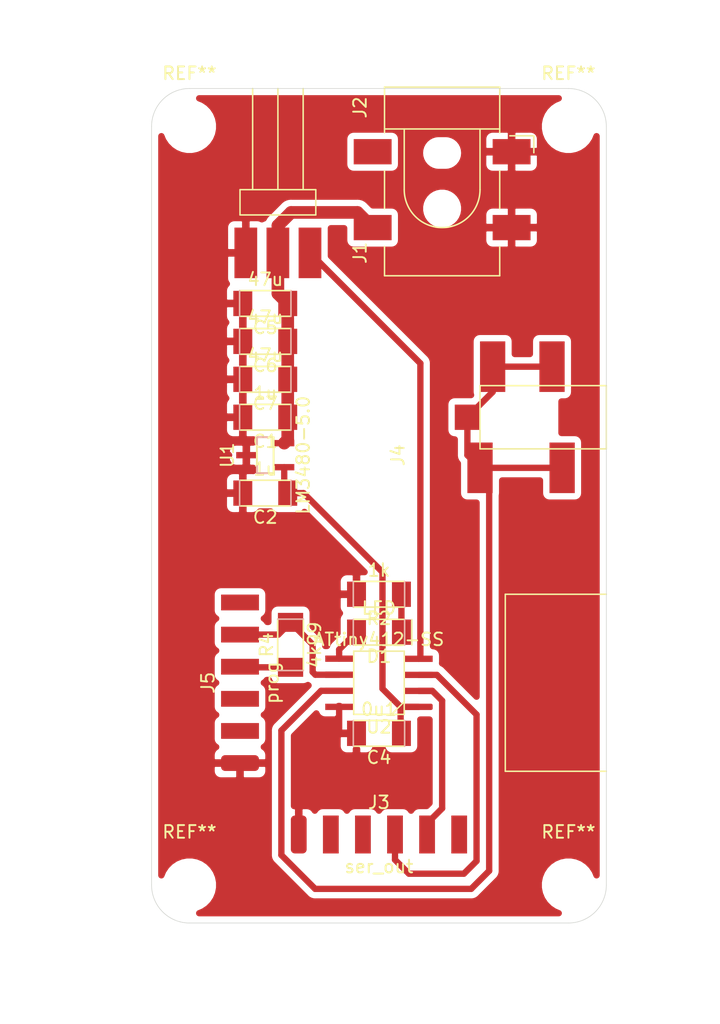
<source format=kicad_pcb>
(kicad_pcb (version 20171130) (host pcbnew 5.1.10-88a1d61d58~88~ubuntu20.04.1)

  (general
    (thickness 1.6)
    (drawings 12)
    (tracks 61)
    (zones 0)
    (modules 20)
    (nets 18)
  )

  (page A4)
  (layers
    (0 F.Cu signal)
    (31 B.Cu signal)
    (32 B.Adhes user)
    (33 F.Adhes user)
    (34 B.Paste user)
    (35 F.Paste user)
    (36 B.SilkS user)
    (37 F.SilkS user)
    (38 B.Mask user)
    (39 F.Mask user)
    (40 Dwgs.User user)
    (41 Cmts.User user)
    (42 Eco1.User user)
    (43 Eco2.User user)
    (44 Edge.Cuts user)
    (45 Margin user)
    (46 B.CrtYd user)
    (47 F.CrtYd user hide)
    (48 B.Fab user)
    (49 F.Fab user hide)
  )

  (setup
    (last_trace_width 0.5)
    (user_trace_width 1)
    (trace_clearance 0.5)
    (zone_clearance 0.5)
    (zone_45_only no)
    (trace_min 0.2)
    (via_size 0.8)
    (via_drill 0.4)
    (via_min_size 0.4)
    (via_min_drill 0.3)
    (uvia_size 0.3)
    (uvia_drill 0.1)
    (uvias_allowed no)
    (uvia_min_size 0.2)
    (uvia_min_drill 0.1)
    (edge_width 0.05)
    (segment_width 0.2)
    (pcb_text_width 0.3)
    (pcb_text_size 1.5 1.5)
    (mod_edge_width 0.12)
    (mod_text_size 1 1)
    (mod_text_width 0.15)
    (pad_size 1.524 1.524)
    (pad_drill 0.762)
    (pad_to_mask_clearance 0.05)
    (aux_axis_origin 0 0)
    (grid_origin 150 65)
    (visible_elements FFFFFF7F)
    (pcbplotparams
      (layerselection 0x010fc_ffffffff)
      (usegerberextensions false)
      (usegerberattributes true)
      (usegerberadvancedattributes true)
      (creategerberjobfile true)
      (excludeedgelayer true)
      (linewidth 0.100000)
      (plotframeref false)
      (viasonmask false)
      (mode 1)
      (useauxorigin false)
      (hpglpennumber 1)
      (hpglpenspeed 20)
      (hpglpendiameter 15.000000)
      (psnegative false)
      (psa4output false)
      (plotreference true)
      (plotvalue true)
      (plotinvisibletext false)
      (padsonsilk false)
      (subtractmaskfromsilk false)
      (outputformat 1)
      (mirror false)
      (drillshape 1)
      (scaleselection 1)
      (outputdirectory ""))
  )

  (net 0 "")
  (net 1 GND)
  (net 2 "Net-(D1-Pad1)")
  (net 3 "Net-(D1-Pad2)")
  (net 4 /TCA0_WO1)
  (net 5 "Net-(J3-Pad2)")
  (net 6 VCC)
  (net 7 +5V)
  (net 8 "Net-(J3-Pad6)")
  (net 9 "Net-(J3-Pad5)")
  (net 10 "Net-(J3-Pad4)")
  (net 11 "Net-(J3-Pad3)")
  (net 12 "Net-(J4-Pad1)")
  (net 13 "Net-(J5-Pad2)")
  (net 14 "Net-(J5-Pad3)")
  (net 15 "Net-(J5-Pad4)")
  (net 16 "Net-(J5-Pad5)")
  (net 17 "Net-(J5-Pad6)")

  (net_class Default "This is the default net class."
    (clearance 0.5)
    (trace_width 0.5)
    (via_dia 0.8)
    (via_drill 0.4)
    (uvia_dia 0.3)
    (uvia_drill 0.1)
    (diff_pair_width 0.5)
    (diff_pair_gap 0.5)
    (add_net +5V)
    (add_net /TCA0_WO1)
    (add_net GND)
    (add_net "Net-(D1-Pad1)")
    (add_net "Net-(D1-Pad2)")
    (add_net "Net-(J3-Pad2)")
    (add_net "Net-(J3-Pad3)")
    (add_net "Net-(J3-Pad4)")
    (add_net "Net-(J3-Pad5)")
    (add_net "Net-(J3-Pad6)")
    (add_net "Net-(J4-Pad1)")
    (add_net "Net-(J5-Pad2)")
    (add_net "Net-(J5-Pad3)")
    (add_net "Net-(J5-Pad4)")
    (add_net "Net-(J5-Pad5)")
    (add_net "Net-(J5-Pad6)")
    (add_net VCC)
  )

  (module MountingHole:MountingHole_3.2mm_M3 (layer F.Cu) (tedit 56D1B4CB) (tstamp 609CE0E4)
    (at 135 35)
    (descr "Mounting Hole 3.2mm, no annular, M3")
    (tags "mounting hole 3.2mm no annular m3")
    (attr virtual)
    (fp_text reference REF** (at 0 -4.2) (layer F.SilkS)
      (effects (font (size 1 1) (thickness 0.15)))
    )
    (fp_text value MountingHole_3.2mm_M3 (at 0 4.2) (layer F.Fab)
      (effects (font (size 1 1) (thickness 0.15)))
    )
    (fp_text user %R (at 0.3 0) (layer F.Fab)
      (effects (font (size 1 1) (thickness 0.15)))
    )
    (fp_circle (center 0 0) (end 3.2 0) (layer Cmts.User) (width 0.15))
    (fp_circle (center 0 0) (end 3.45 0) (layer F.CrtYd) (width 0.05))
    (pad 1 np_thru_hole circle (at 0 0) (size 3.2 3.2) (drill 3.2) (layers *.Cu *.Mask))
  )

  (module MountingHole:MountingHole_3.2mm_M3 (layer F.Cu) (tedit 56D1B4CB) (tstamp 609CE0C7)
    (at 135 95)
    (descr "Mounting Hole 3.2mm, no annular, M3")
    (tags "mounting hole 3.2mm no annular m3")
    (attr virtual)
    (fp_text reference REF** (at 0 -4.2) (layer F.SilkS)
      (effects (font (size 1 1) (thickness 0.15)))
    )
    (fp_text value MountingHole_3.2mm_M3 (at 0 4.2) (layer F.Fab)
      (effects (font (size 1 1) (thickness 0.15)))
    )
    (fp_text user %R (at 0.3 0) (layer F.Fab)
      (effects (font (size 1 1) (thickness 0.15)))
    )
    (fp_circle (center 0 0) (end 3.2 0) (layer Cmts.User) (width 0.15))
    (fp_circle (center 0 0) (end 3.45 0) (layer F.CrtYd) (width 0.05))
    (pad 1 np_thru_hole circle (at 0 0) (size 3.2 3.2) (drill 3.2) (layers *.Cu *.Mask))
  )

  (module MountingHole:MountingHole_3.2mm_M3 (layer F.Cu) (tedit 56D1B4CB) (tstamp 609CE0AA)
    (at 165 95)
    (descr "Mounting Hole 3.2mm, no annular, M3")
    (tags "mounting hole 3.2mm no annular m3")
    (attr virtual)
    (fp_text reference REF** (at 0 -4.2) (layer F.SilkS)
      (effects (font (size 1 1) (thickness 0.15)))
    )
    (fp_text value MountingHole_3.2mm_M3 (at 0 4.2) (layer F.Fab)
      (effects (font (size 1 1) (thickness 0.15)))
    )
    (fp_text user %R (at 0.3 0) (layer F.Fab)
      (effects (font (size 1 1) (thickness 0.15)))
    )
    (fp_circle (center 0 0) (end 3.2 0) (layer Cmts.User) (width 0.15))
    (fp_circle (center 0 0) (end 3.45 0) (layer F.CrtYd) (width 0.05))
    (pad 1 np_thru_hole circle (at 0 0) (size 3.2 3.2) (drill 3.2) (layers *.Cu *.Mask))
  )

  (module MountingHole:MountingHole_3.2mm_M3 (layer F.Cu) (tedit 56D1B4CB) (tstamp 609CE08D)
    (at 165 35)
    (descr "Mounting Hole 3.2mm, no annular, M3")
    (tags "mounting hole 3.2mm no annular m3")
    (attr virtual)
    (fp_text reference REF** (at 0 -4.2) (layer F.SilkS)
      (effects (font (size 1 1) (thickness 0.15)))
    )
    (fp_text value MountingHole_3.2mm_M3 (at 0 4.2) (layer F.Fab)
      (effects (font (size 1 1) (thickness 0.15)))
    )
    (fp_text user %R (at 0.3 0) (layer F.Fab)
      (effects (font (size 1 1) (thickness 0.15)))
    )
    (fp_circle (center 0 0) (end 3.2 0) (layer Cmts.User) (width 0.15))
    (fp_circle (center 0 0) (end 3.45 0) (layer F.CrtYd) (width 0.05))
    (pad 1 np_thru_hole circle (at 0 0) (size 3.2 3.2) (drill 3.2) (layers *.Cu *.Mask))
  )

  (module fab:fab_C_1206 (layer F.Cu) (tedit 5F886E48) (tstamp 609CDCBD)
    (at 141 58 180)
    (path /609E2F80)
    (attr smd)
    (fp_text reference C1 (at 0 -1.905) (layer F.SilkS)
      (effects (font (size 1 1) (thickness 0.15)))
    )
    (fp_text value 1u (at 0 1.905) (layer F.SilkS)
      (effects (font (size 1 1) (thickness 0.15)))
    )
    (fp_line (start -2.032 -1.016) (end 2.032 -1.016) (layer F.SilkS) (width 0.127))
    (fp_line (start 2.032 -1.016) (end 2.032 1.016) (layer B.SilkS) (width 0.127))
    (fp_line (start 2.032 1.016) (end -2.032 1.016) (layer F.SilkS) (width 0.127))
    (fp_line (start -2.032 1.016) (end -2.032 -1.016) (layer B.SilkS) (width 0.127))
    (pad 1 smd rect (at -1.778 0 180) (size 1.5 2) (layers F.Cu F.Paste F.Mask)
      (net 6 VCC))
    (pad 2 smd rect (at 1.778 0 180) (size 1.5 2) (layers F.Cu F.Paste F.Mask)
      (net 1 GND))
  )

  (module fab:fab_C_1206 (layer F.Cu) (tedit 5F886E48) (tstamp 609CDCC7)
    (at 141 64 180)
    (path /609DFC8B)
    (attr smd)
    (fp_text reference C2 (at 0 -1.905) (layer F.SilkS)
      (effects (font (size 1 1) (thickness 0.15)))
    )
    (fp_text value 1u (at 0 1.905) (layer F.SilkS)
      (effects (font (size 1 1) (thickness 0.15)))
    )
    (fp_line (start -2.032 1.016) (end -2.032 -1.016) (layer B.SilkS) (width 0.127))
    (fp_line (start 2.032 1.016) (end -2.032 1.016) (layer F.SilkS) (width 0.127))
    (fp_line (start 2.032 -1.016) (end 2.032 1.016) (layer B.SilkS) (width 0.127))
    (fp_line (start -2.032 -1.016) (end 2.032 -1.016) (layer F.SilkS) (width 0.127))
    (pad 2 smd rect (at 1.778 0 180) (size 1.5 2) (layers F.Cu F.Paste F.Mask)
      (net 1 GND))
    (pad 1 smd rect (at -1.778 0 180) (size 1.5 2) (layers F.Cu F.Paste F.Mask)
      (net 7 +5V))
  )

  (module fab:fab_C_1206 (layer F.Cu) (tedit 5F886E48) (tstamp 609CDCD1)
    (at 150 83 180)
    (path /5F35C964)
    (attr smd)
    (fp_text reference C4 (at 0 -1.905) (layer F.SilkS)
      (effects (font (size 1 1) (thickness 0.15)))
    )
    (fp_text value 0u1 (at 0 1.905) (layer F.SilkS)
      (effects (font (size 1 1) (thickness 0.15)))
    )
    (fp_line (start -2.032 -1.016) (end 2.032 -1.016) (layer F.SilkS) (width 0.127))
    (fp_line (start 2.032 -1.016) (end 2.032 1.016) (layer B.SilkS) (width 0.127))
    (fp_line (start 2.032 1.016) (end -2.032 1.016) (layer F.SilkS) (width 0.127))
    (fp_line (start -2.032 1.016) (end -2.032 -1.016) (layer B.SilkS) (width 0.127))
    (pad 1 smd rect (at -1.778 0 180) (size 1.5 2) (layers F.Cu F.Paste F.Mask)
      (net 7 +5V))
    (pad 2 smd rect (at 1.778 0 180) (size 1.5 2) (layers F.Cu F.Paste F.Mask)
      (net 1 GND))
  )

  (module fab:fab_R_1206 (layer F.Cu) (tedit 5F886E48) (tstamp 609CDCDB)
    (at 141 49 180)
    (path /5F60C0A6)
    (attr smd)
    (fp_text reference C5 (at 0 -1.905) (layer F.SilkS)
      (effects (font (size 1 1) (thickness 0.15)))
    )
    (fp_text value 47u (at 0 1.905) (layer F.SilkS)
      (effects (font (size 1 1) (thickness 0.15)))
    )
    (fp_line (start -2.032 1.016) (end -2.032 -1.016) (layer B.SilkS) (width 0.127))
    (fp_line (start 2.032 1.016) (end -2.032 1.016) (layer F.SilkS) (width 0.127))
    (fp_line (start 2.032 -1.016) (end 2.032 1.016) (layer B.SilkS) (width 0.127))
    (fp_line (start -2.032 -1.016) (end 2.032 -1.016) (layer F.SilkS) (width 0.127))
    (pad 2 smd rect (at 1.778 0 180) (size 1.5 2) (layers F.Cu F.Paste F.Mask)
      (net 1 GND))
    (pad 1 smd rect (at -1.778 0 180) (size 1.5 2) (layers F.Cu F.Paste F.Mask)
      (net 6 VCC))
  )

  (module fab:fab_R_1206 (layer F.Cu) (tedit 5F886E48) (tstamp 609CDCE5)
    (at 141 52 180)
    (path /5F60A5E5)
    (attr smd)
    (fp_text reference C6 (at 0 -1.905) (layer F.SilkS)
      (effects (font (size 1 1) (thickness 0.15)))
    )
    (fp_text value 47u (at 0 1.905) (layer F.SilkS)
      (effects (font (size 1 1) (thickness 0.15)))
    )
    (fp_line (start -2.032 -1.016) (end 2.032 -1.016) (layer F.SilkS) (width 0.127))
    (fp_line (start 2.032 -1.016) (end 2.032 1.016) (layer B.SilkS) (width 0.127))
    (fp_line (start 2.032 1.016) (end -2.032 1.016) (layer F.SilkS) (width 0.127))
    (fp_line (start -2.032 1.016) (end -2.032 -1.016) (layer B.SilkS) (width 0.127))
    (pad 1 smd rect (at -1.778 0 180) (size 1.5 2) (layers F.Cu F.Paste F.Mask)
      (net 6 VCC))
    (pad 2 smd rect (at 1.778 0 180) (size 1.5 2) (layers F.Cu F.Paste F.Mask)
      (net 1 GND))
  )

  (module fab:fab_R_1206 (layer F.Cu) (tedit 5F886E48) (tstamp 609CDCEF)
    (at 141 55 180)
    (path /5F5769ED)
    (attr smd)
    (fp_text reference C7 (at 0 -1.905) (layer F.SilkS)
      (effects (font (size 1 1) (thickness 0.15)))
    )
    (fp_text value 47u (at 0 1.905) (layer F.SilkS)
      (effects (font (size 1 1) (thickness 0.15)))
    )
    (fp_line (start -2.032 -1.016) (end 2.032 -1.016) (layer F.SilkS) (width 0.127))
    (fp_line (start 2.032 -1.016) (end 2.032 1.016) (layer B.SilkS) (width 0.127))
    (fp_line (start 2.032 1.016) (end -2.032 1.016) (layer F.SilkS) (width 0.127))
    (fp_line (start -2.032 1.016) (end -2.032 -1.016) (layer B.SilkS) (width 0.127))
    (pad 1 smd rect (at -1.778 0 180) (size 1.5 2) (layers F.Cu F.Paste F.Mask)
      (net 6 VCC))
    (pad 2 smd rect (at 1.778 0 180) (size 1.5 2) (layers F.Cu F.Paste F.Mask)
      (net 1 GND))
  )

  (module fab:fab_LED_1206 (layer F.Cu) (tedit 5F887772) (tstamp 609CDCFA)
    (at 150 75 180)
    (path /5F3B3CDB)
    (attr smd)
    (fp_text reference D1 (at 0 -1.905) (layer F.SilkS)
      (effects (font (size 1 1) (thickness 0.15)))
    )
    (fp_text value LED (at 0 1.905) (layer F.SilkS)
      (effects (font (size 1 1) (thickness 0.15)))
    )
    (fp_line (start -2.6 -1) (end -2.6 1) (layer F.SilkS) (width 0.12))
    (fp_line (start -2.032 1.016) (end -2.032 -1.016) (layer B.SilkS) (width 0.127))
    (fp_line (start 2.032 1.016) (end -2.032 1.016) (layer F.SilkS) (width 0.127))
    (fp_line (start 2.032 -1.016) (end 2.032 1.016) (layer B.SilkS) (width 0.127))
    (fp_line (start -2.032 -1.016) (end 2.032 -1.016) (layer F.SilkS) (width 0.127))
    (pad 1 smd rect (at -1.778 0 180) (size 1.5 2) (layers F.Cu F.Paste F.Mask)
      (net 2 "Net-(D1-Pad1)"))
    (pad 2 smd rect (at 1.778 0 180) (size 1.5 2) (layers F.Cu F.Paste F.Mask)
      (net 3 "Net-(D1-Pad2)"))
  )

  (module fatiguetester:CONN_SERVO_SMT (layer F.Cu) (tedit 5F359CA6) (tstamp 609CDD08)
    (at 142 45 90)
    (path /5F35AE34)
    (fp_text reference J1 (at 0 6.5 90) (layer F.SilkS)
      (effects (font (size 1 1) (thickness 0.15)))
    )
    (fp_text value Conn_01x03_Male (at 0 -3.5 90) (layer F.Fab)
      (effects (font (size 1 1) (thickness 0.15)))
    )
    (fp_line (start 5 2) (end 13 2) (layer F.SilkS) (width 0.12))
    (fp_line (start 5 -2) (end 13 -2) (layer F.SilkS) (width 0.12))
    (fp_line (start 5 0) (end 13 0) (layer F.SilkS) (width 0.12))
    (fp_line (start 3 -3) (end 5 -3) (layer F.SilkS) (width 0.12))
    (fp_line (start 3 3) (end 3 -3) (layer F.SilkS) (width 0.12))
    (fp_line (start 5 3) (end 3 3) (layer F.SilkS) (width 0.12))
    (fp_line (start 5 -3) (end 5 3) (layer F.SilkS) (width 0.12))
    (pad 1 smd rect (at 0 -2.54 90) (size 4 1.8) (layers F.Cu F.Paste F.Mask)
      (net 1 GND))
    (pad 2 smd rect (at 0 0 90) (size 4 1.8) (layers F.Cu F.Paste F.Mask)
      (net 6 VCC))
    (pad 3 smd rect (at 0 2.54 90) (size 4 1.8) (layers F.Cu F.Paste F.Mask)
      (net 4 /TCA0_WO1))
  )

  (module Connector_BarrelJack:BarrelJack_CLIFF_FC681465S_SMT_Horizontal (layer F.Cu) (tedit 5E73DD84) (tstamp 609CDD2C)
    (at 155 40 270)
    (descr "Surface-mount DC Barrel Jack, https://www.cliffuk.co.uk/products/dcconnectors/FC681465S.pdf")
    (tags "Power Jack SMT")
    (path /609EE582)
    (attr smd)
    (fp_text reference J2 (at -6.5 6.5 270) (layer F.SilkS)
      (effects (font (size 1 1) (thickness 0.15)))
    )
    (fp_text value Conn_01x02 (at -0.5 8.5 270) (layer F.Fab)
      (effects (font (size 1 1) (thickness 0.15)))
    )
    (fp_line (start -4.26 -7.26) (end -4.26 -5.36) (layer F.SilkS) (width 0.12))
    (fp_line (start -2.92 -7.26) (end -4.26 -7.26) (layer F.SilkS) (width 0.12))
    (fp_line (start -8 4.45) (end -8 -4.45) (layer F.Fab) (width 0.1))
    (fp_line (start -2 -4.45) (end 6.7 -4.45) (layer F.Fab) (width 0.1))
    (fp_line (start 6.7 4.45) (end 6.7 -4.45) (layer F.Fab) (width 0.1))
    (fp_line (start -8 4.45) (end 6.7 4.45) (layer F.Fab) (width 0.1))
    (fp_line (start -8.11 -4.56) (end -4.5 -4.56) (layer F.SilkS) (width 0.12))
    (fp_line (start 6.81 4.56) (end 6.81 -4.56) (layer F.SilkS) (width 0.12))
    (fp_line (start -1.5 -4.56) (end 1.5 -4.56) (layer F.SilkS) (width 0.12))
    (fp_line (start 4.5 -4.56) (end 6.81 -4.56) (layer F.SilkS) (width 0.12))
    (fp_line (start 4.5 4.56) (end 6.81 4.56) (layer F.SilkS) (width 0.12))
    (fp_line (start -1.5 4.56) (end 1.5 4.56) (layer F.SilkS) (width 0.12))
    (fp_line (start -8.11 4.56) (end -4.5 4.56) (layer F.SilkS) (width 0.12))
    (fp_line (start -8.11 4.56) (end -8.11 -4.56) (layer F.SilkS) (width 0.12))
    (fp_line (start -4.8 4.56) (end -4.8 -4.56) (layer F.SilkS) (width 0.12))
    (fp_line (start -4.8 -3) (end 0 -3) (layer F.SilkS) (width 0.12))
    (fp_line (start -4.8 3) (end 0 3) (layer F.SilkS) (width 0.12))
    (fp_line (start -8.5 7.5) (end 7.2 7.5) (layer F.CrtYd) (width 0.05))
    (fp_line (start 7.2 7.5) (end 7.2 -7.5) (layer F.CrtYd) (width 0.05))
    (fp_line (start -8.5 -7.5) (end 7.2 -7.5) (layer F.CrtYd) (width 0.05))
    (fp_line (start -8.5 7.5) (end -8.5 -7.5) (layer F.CrtYd) (width 0.05))
    (fp_line (start -8 -4.45) (end -4 -4.45) (layer F.Fab) (width 0.1))
    (fp_line (start -4 -4.45) (end -3 -3.5) (layer F.Fab) (width 0.1))
    (fp_line (start -3 -3.5) (end -2 -4.45) (layer F.Fab) (width 0.1))
    (fp_arc (start 0 0) (end 0 3) (angle -180) (layer F.SilkS) (width 0.12))
    (fp_text user %R (at -0.5 0.5 270) (layer F.Fab)
      (effects (font (size 1 1) (thickness 0.15)))
    )
    (pad "" np_thru_hole oval (at -2.9 0) (size 2 1.5) (drill oval 2 1.5) (layers *.Cu *.Mask))
    (pad "" np_thru_hole circle (at 1.5 0) (size 2 2) (drill 2) (layers *.Cu *.Mask))
    (pad 1 smd rect (at -3 -5.5) (size 3 2) (layers F.Cu F.Paste F.Mask)
      (net 1 GND))
    (pad 1 smd rect (at 3 -5.5) (size 3 2) (layers F.Cu F.Paste F.Mask)
      (net 1 GND))
    (pad 2 smd rect (at 3 5.5) (size 3 2) (layers F.Cu F.Paste F.Mask)
      (net 6 VCC))
    (pad 3 smd rect (at -3 5.5) (size 3 2) (layers F.Cu F.Paste F.Mask))
    (model ${KISYS3DMOD}/Connector_BarrelJack.3dshapes/BarrelJack_CLIFF_FC681465S_SMT_Horizontal.wrl
      (at (xyz 0 0 0))
      (scale (xyz 1 1 1))
      (rotate (xyz 0 0 0))
    )
  )

  (module fab:fab_CONN_1x06_SMD (layer F.Cu) (tedit 5F886C52) (tstamp 609CDD36)
    (at 150 91)
    (path /609CDE50)
    (attr smd)
    (fp_text reference J3 (at 0 -2.54 180) (layer F.SilkS)
      (effects (font (size 1 1) (thickness 0.15)))
    )
    (fp_text value ser_out (at 0 2.54) (layer F.SilkS)
      (effects (font (size 1 1) (thickness 0.15)))
    )
    (pad 6 smd rect (at 6.35 0 90) (size 3 1.25) (layers F.Cu F.Paste F.Mask)
      (net 8 "Net-(J3-Pad6)"))
    (pad 5 smd rect (at 3.81 0 90) (size 3 1.25) (layers F.Cu F.Paste F.Mask)
      (net 9 "Net-(J3-Pad5)"))
    (pad 4 smd rect (at 1.27 0 90) (size 3 1.25) (layers F.Cu F.Paste F.Mask)
      (net 10 "Net-(J3-Pad4)"))
    (pad 3 smd rect (at -1.27 0 90) (size 3 1.25) (layers F.Cu F.Paste F.Mask)
      (net 11 "Net-(J3-Pad3)"))
    (pad 2 smd rect (at -3.81 0 90) (size 3 1.25) (layers F.Cu F.Paste F.Mask)
      (net 5 "Net-(J3-Pad2)"))
    (pad 1 smd roundrect (at -6.35 0 90) (size 3 1.25) (layers F.Cu F.Paste F.Mask) (roundrect_rratio 0.25)
      (net 1 GND))
  )

  (module fatiguetester:CONN_DCJACK_2-4mm (layer F.Cu) (tedit 5DF68C59) (tstamp 609CDD43)
    (at 163 58 270)
    (path /609F7086)
    (fp_text reference J4 (at 3 11.5 90) (layer F.SilkS)
      (effects (font (size 1 1) (thickness 0.15)))
    )
    (fp_text value Conn_01x02 (at 0 -5.75 90) (layer F.Fab)
      (effects (font (size 1 1) (thickness 0.15)))
    )
    (fp_line (start -2.5 5) (end -2.5 -5) (layer F.SilkS) (width 0.12))
    (fp_line (start 2.5 5) (end -2.5 5) (layer F.SilkS) (width 0.12))
    (fp_line (start 2.5 -5) (end 2.5 5) (layer F.SilkS) (width 0.12))
    (fp_line (start -2.5 -5) (end 2.5 -5) (layer F.SilkS) (width 0.12))
    (pad 2 smd rect (at -4 -0.7 270) (size 4 2) (layers F.Cu F.Paste F.Mask)
      (net 12 "Net-(J4-Pad1)"))
    (pad 2 smd rect (at 4 -1.5 270) (size 4 2) (layers F.Cu F.Paste F.Mask)
      (net 12 "Net-(J4-Pad1)"))
    (pad 2 smd rect (at -4 4 270) (size 4 2) (layers F.Cu F.Paste F.Mask)
      (net 12 "Net-(J4-Pad1)"))
    (pad 2 smd rect (at 4 5 270) (size 4 2) (layers F.Cu F.Paste F.Mask)
      (net 12 "Net-(J4-Pad1)"))
    (pad 1 smd rect (at 0 6 270) (size 2 2) (layers F.Cu F.Paste F.Mask)
      (net 12 "Net-(J4-Pad1)"))
  )

  (module fab:fab_CONN_1x06_SMD (layer F.Cu) (tedit 5F886C52) (tstamp 609CDD4D)
    (at 139 79 90)
    (path /609CD7F6)
    (attr smd)
    (fp_text reference J5 (at 0 -2.54 270) (layer F.SilkS)
      (effects (font (size 1 1) (thickness 0.15)))
    )
    (fp_text value prog (at 0 2.54 90) (layer F.SilkS)
      (effects (font (size 1 1) (thickness 0.15)))
    )
    (pad 1 smd roundrect (at -6.35 0 180) (size 3 1.25) (layers F.Cu F.Paste F.Mask) (roundrect_rratio 0.25)
      (net 1 GND))
    (pad 2 smd rect (at -3.81 0 180) (size 3 1.25) (layers F.Cu F.Paste F.Mask)
      (net 13 "Net-(J5-Pad2)"))
    (pad 3 smd rect (at -1.27 0 180) (size 3 1.25) (layers F.Cu F.Paste F.Mask)
      (net 14 "Net-(J5-Pad3)"))
    (pad 4 smd rect (at 1.27 0 180) (size 3 1.25) (layers F.Cu F.Paste F.Mask)
      (net 15 "Net-(J5-Pad4)"))
    (pad 5 smd rect (at 3.81 0 180) (size 3 1.25) (layers F.Cu F.Paste F.Mask)
      (net 16 "Net-(J5-Pad5)"))
    (pad 6 smd rect (at 6.35 0 180) (size 3 1.25) (layers F.Cu F.Paste F.Mask)
      (net 17 "Net-(J5-Pad6)"))
  )

  (module fab:fab_R_1206 (layer F.Cu) (tedit 5F886E48) (tstamp 609CDD57)
    (at 150 72 180)
    (path /5F3AEFAF)
    (attr smd)
    (fp_text reference R2 (at 0 -1.905) (layer F.SilkS)
      (effects (font (size 1 1) (thickness 0.15)))
    )
    (fp_text value 1k (at 0 1.905) (layer F.SilkS)
      (effects (font (size 1 1) (thickness 0.15)))
    )
    (fp_line (start -2.032 -1.016) (end 2.032 -1.016) (layer F.SilkS) (width 0.127))
    (fp_line (start 2.032 -1.016) (end 2.032 1.016) (layer B.SilkS) (width 0.127))
    (fp_line (start 2.032 1.016) (end -2.032 1.016) (layer F.SilkS) (width 0.127))
    (fp_line (start -2.032 1.016) (end -2.032 -1.016) (layer B.SilkS) (width 0.127))
    (pad 1 smd rect (at -1.778 0 180) (size 1.5 2) (layers F.Cu F.Paste F.Mask)
      (net 2 "Net-(D1-Pad1)"))
    (pad 2 smd rect (at 1.778 0 180) (size 1.5 2) (layers F.Cu F.Paste F.Mask)
      (net 1 GND))
  )

  (module fab:fab_R_1206 (layer F.Cu) (tedit 5F886E48) (tstamp 609CDD61)
    (at 143 76 90)
    (path /5F3DA982)
    (attr smd)
    (fp_text reference R4 (at 0 -1.905 90) (layer F.SilkS)
      (effects (font (size 1 1) (thickness 0.15)))
    )
    (fp_text value 4k99 (at 0 1.905 90) (layer F.SilkS)
      (effects (font (size 1 1) (thickness 0.15)))
    )
    (fp_line (start -2.032 1.016) (end -2.032 -1.016) (layer B.SilkS) (width 0.127))
    (fp_line (start 2.032 1.016) (end -2.032 1.016) (layer F.SilkS) (width 0.127))
    (fp_line (start 2.032 -1.016) (end 2.032 1.016) (layer B.SilkS) (width 0.127))
    (fp_line (start -2.032 -1.016) (end 2.032 -1.016) (layer F.SilkS) (width 0.127))
    (pad 2 smd rect (at 1.778 0 90) (size 1.5 2) (layers F.Cu F.Paste F.Mask)
      (net 16 "Net-(J5-Pad5)"))
    (pad 1 smd rect (at -1.778 0 90) (size 1.5 2) (layers F.Cu F.Paste F.Mask)
      (net 15 "Net-(J5-Pad4)"))
  )

  (module fab:fab_SMD_SOT23 (layer F.Cu) (tedit 5F88736F) (tstamp 609CDD70)
    (at 141 61 90)
    (path /609DE2FF)
    (attr smd)
    (fp_text reference U1 (at 0 -3 90) (layer F.SilkS)
      (effects (font (size 1 1) (thickness 0.15)))
    )
    (fp_text value LM3480-5.0 (at 0 3 90) (layer F.SilkS)
      (effects (font (size 1 1) (thickness 0.15)))
    )
    (fp_line (start 1.4224 -0.6604) (end 1.4224 0.6604) (layer F.SilkS) (width 0.1524))
    (fp_line (start 1.4224 0.6604) (end -1.4224 0.6604) (layer F.SilkS) (width 0.1524))
    (fp_line (start -1.4224 0.6604) (end -1.4224 -0.6604) (layer F.SilkS) (width 0.1524))
    (fp_line (start -1.4224 -0.6604) (end 1.4224 -0.6604) (layer F.SilkS) (width 0.1524))
    (fp_line (start -1.4224 0.1524) (end -1.4224 -0.6604) (layer B.SilkS) (width 0.1524))
    (fp_line (start -1.4224 -0.6604) (end -0.8636 -0.6604) (layer B.SilkS) (width 0.1524))
    (fp_line (start 1.4224 -0.6604) (end 1.4224 0.1524) (layer B.SilkS) (width 0.1524))
    (fp_line (start 0.8636 -0.6604) (end 1.4224 -0.6604) (layer B.SilkS) (width 0.1524))
    (pad 1 smd rect (at -0.94996 1.5 90) (size 0.5 1.6) (layers F.Cu F.Paste F.Mask)
      (net 7 +5V))
    (pad 2 smd rect (at 0.94996 1.5 90) (size 0.5 1.6) (layers F.Cu F.Paste F.Mask)
      (net 6 VCC))
    (pad 3 smd rect (at 0 -1.5 90) (size 0.5 1.6) (layers F.Cu F.Paste F.Mask)
      (net 1 GND))
  )

  (module fab:fab_IC_SOIC8 (layer F.Cu) (tedit 5F8871ED) (tstamp 609CDD81)
    (at 150 79 180)
    (path /5F359573)
    (attr smd)
    (fp_text reference U2 (at 0 -3.4925) (layer F.SilkS)
      (effects (font (size 1 1) (thickness 0.15)))
    )
    (fp_text value ATtiny412-SS (at 0 3.429) (layer F.SilkS)
      (effects (font (size 1 1) (thickness 0.15)))
    )
    (fp_line (start -1 -2.5) (end -2 -1.5) (layer F.SilkS) (width 0.12))
    (fp_line (start -2 2.5) (end -2 -2.5) (layer F.SilkS) (width 0.12))
    (fp_line (start 2 2.5) (end -2 2.5) (layer F.SilkS) (width 0.12))
    (fp_line (start 2 -2.5) (end 2 2.5) (layer F.SilkS) (width 0.12))
    (fp_line (start -2 -2.5) (end 2 -2.5) (layer F.SilkS) (width 0.12))
    (pad 1 smd roundrect (at -3.15214 -1.905 90) (size 0.5 2.2) (layers F.Cu F.Paste F.Mask) (roundrect_rratio 0.25)
      (net 7 +5V))
    (pad 2 smd rect (at -3.15214 -0.64262 90) (size 0.5 2.2) (layers F.Cu F.Paste F.Mask)
      (net 9 "Net-(J3-Pad5)"))
    (pad 3 smd rect (at -3.15214 0.62484 90) (size 0.5 2.2) (layers F.Cu F.Paste F.Mask)
      (net 10 "Net-(J3-Pad4)"))
    (pad 4 smd rect (at -3.15214 1.89484 90) (size 0.5 2.2) (layers F.Cu F.Paste F.Mask)
      (net 4 /TCA0_WO1))
    (pad 5 smd rect (at 3.15214 1.905 90) (size 0.5 2.2) (layers F.Cu F.Paste F.Mask)
      (net 3 "Net-(D1-Pad2)"))
    (pad 6 smd rect (at 3.15214 0.635 90) (size 0.5 2.2) (layers F.Cu F.Paste F.Mask)
      (net 16 "Net-(J5-Pad5)"))
    (pad 7 smd rect (at 3.15214 -0.635 90) (size 0.5 2.2) (layers F.Cu F.Paste F.Mask)
      (net 12 "Net-(J4-Pad1)"))
    (pad 8 smd rect (at 3.15214 -1.905 90) (size 0.5 2.2) (layers F.Cu F.Paste F.Mask)
      (net 1 GND))
  )

  (gr_line (start 160 86) (end 168 86) (layer F.SilkS) (width 0.12))
  (gr_line (start 160 72) (end 160 86) (layer F.SilkS) (width 0.12))
  (gr_line (start 168 72) (end 160 72) (layer F.SilkS) (width 0.12))
  (gr_line (start 165 79) (end 170 79) (layer Cmts.User) (width 0.15))
  (gr_line (start 135 98) (end 165 98) (layer Edge.Cuts) (width 0.05) (tstamp 609CE49E))
  (gr_line (start 132 35) (end 132 95) (layer Edge.Cuts) (width 0.05) (tstamp 609CE49D))
  (gr_line (start 165 32) (end 135 32) (layer Edge.Cuts) (width 0.05) (tstamp 609CE49C))
  (gr_line (start 168 95) (end 168 35) (layer Edge.Cuts) (width 0.05) (tstamp 609CE49B))
  (gr_arc (start 165 95) (end 165 98) (angle -90) (layer Edge.Cuts) (width 0.05))
  (gr_arc (start 135 95) (end 132 95) (angle -90) (layer Edge.Cuts) (width 0.05))
  (gr_arc (start 165 35) (end 168 35) (angle -90) (layer Edge.Cuts) (width 0.05))
  (gr_arc (start 135 35) (end 135 32) (angle -90) (layer Edge.Cuts) (width 0.05))

  (segment (start 146.84786 80.905) (end 146.84786 82.95214) (width 0.5) (layer F.Cu) (net 1))
  (segment (start 146.89572 83) (end 148.222 83) (width 0.5) (layer F.Cu) (net 1))
  (segment (start 146.84786 82.95214) (end 146.89572 83) (width 0.5) (layer F.Cu) (net 1))
  (segment (start 151.778 72) (end 151.778 75) (width 0.5) (layer F.Cu) (net 2))
  (segment (start 146.84786 76.37414) (end 148.222 75) (width 0.5) (layer F.Cu) (net 3))
  (segment (start 146.84786 77.095) (end 146.84786 76.37414) (width 0.5) (layer F.Cu) (net 3))
  (segment (start 153.278001 53.738001) (end 144.54 45) (width 0.5) (layer F.Cu) (net 4))
  (segment (start 153.278001 76.979299) (end 153.278001 53.738001) (width 0.5) (layer F.Cu) (net 4))
  (segment (start 153.15214 77.10516) (end 153.278001 76.979299) (width 0.5) (layer F.Cu) (net 4))
  (segment (start 142 42.839998) (end 143.039998 41.8) (width 1) (layer F.Cu) (net 6))
  (segment (start 142 45) (end 142 42.839998) (width 1) (layer F.Cu) (net 6))
  (segment (start 148.3 41.8) (end 149.5 43) (width 1) (layer F.Cu) (net 6))
  (segment (start 143.039998 41.8) (end 148.3 41.8) (width 1) (layer F.Cu) (net 6))
  (segment (start 142 48.222) (end 142.778 49) (width 1) (layer F.Cu) (net 6))
  (segment (start 142 45) (end 142 48.222) (width 1) (layer F.Cu) (net 6))
  (segment (start 142.778 49) (end 142.778 58) (width 1) (layer F.Cu) (net 6))
  (segment (start 142.778 59.77204) (end 142.5 60.05004) (width 1) (layer F.Cu) (net 6))
  (segment (start 142.778 58) (end 142.778 59.77204) (width 1) (layer F.Cu) (net 6))
  (segment (start 142.5 63.722) (end 142.778 64) (width 0.5) (layer F.Cu) (net 7))
  (segment (start 142.5 61.94996) (end 142.5 63.722) (width 0.5) (layer F.Cu) (net 7))
  (segment (start 151.714518 80.905) (end 153.15214 80.905) (width 0.5) (layer F.Cu) (net 7))
  (segment (start 150.277999 79.468481) (end 151.714518 80.905) (width 0.5) (layer F.Cu) (net 7))
  (segment (start 150.277999 70.249999) (end 150.277999 79.468481) (width 0.5) (layer F.Cu) (net 7))
  (segment (start 144.028 64) (end 150.277999 70.249999) (width 0.5) (layer F.Cu) (net 7))
  (segment (start 142.778 64) (end 144.028 64) (width 0.5) (layer F.Cu) (net 7))
  (segment (start 151.714518 82.936518) (end 151.778 83) (width 0.5) (layer F.Cu) (net 7))
  (segment (start 151.714518 80.905) (end 151.714518 82.936518) (width 0.5) (layer F.Cu) (net 7))
  (segment (start 153.81 90.125) (end 153.81 91) (width 0.5) (layer F.Cu) (net 9))
  (segment (start 155.00215 88.93285) (end 153.81 90.125) (width 0.5) (layer F.Cu) (net 9))
  (segment (start 155.00215 80.417558) (end 155.00215 88.93285) (width 0.5) (layer F.Cu) (net 9))
  (segment (start 154.227212 79.64262) (end 155.00215 80.417558) (width 0.5) (layer F.Cu) (net 9))
  (segment (start 153.15214 79.64262) (end 154.227212 79.64262) (width 0.5) (layer F.Cu) (net 9))
  (segment (start 151.27 93) (end 151.27 91) (width 0.5) (layer F.Cu) (net 10))
  (segment (start 152.37 94.1) (end 151.27 93) (width 0.5) (layer F.Cu) (net 10))
  (segment (start 156.725002 94.1) (end 152.37 94.1) (width 0.5) (layer F.Cu) (net 10))
  (segment (start 157.725001 93.100001) (end 156.725002 94.1) (width 0.5) (layer F.Cu) (net 10))
  (segment (start 157.725001 81.515479) (end 157.725001 93.100001) (width 0.5) (layer F.Cu) (net 10))
  (segment (start 154.584682 78.37516) (end 157.725001 81.515479) (width 0.5) (layer F.Cu) (net 10))
  (segment (start 153.15214 78.37516) (end 154.584682 78.37516) (width 0.5) (layer F.Cu) (net 10))
  (segment (start 163.7 54) (end 159 54) (width 0.5) (layer F.Cu) (net 12))
  (segment (start 159 56) (end 157 58) (width 0.5) (layer F.Cu) (net 12))
  (segment (start 159 54) (end 159 56) (width 0.5) (layer F.Cu) (net 12))
  (segment (start 157 61) (end 158 62) (width 0.5) (layer F.Cu) (net 12))
  (segment (start 157 58) (end 157 61) (width 0.5) (layer F.Cu) (net 12))
  (segment (start 158 62) (end 164.5 62) (width 0.5) (layer F.Cu) (net 12))
  (segment (start 142.27499 92.627608) (end 144.947382 95.3) (width 0.5) (layer F.Cu) (net 12))
  (segment (start 145.417858 79.635) (end 142.27499 82.777868) (width 0.5) (layer F.Cu) (net 12))
  (segment (start 142.27499 82.777868) (end 142.27499 92.627608) (width 0.5) (layer F.Cu) (net 12))
  (segment (start 146.84786 79.635) (end 145.417858 79.635) (width 0.5) (layer F.Cu) (net 12))
  (segment (start 144.947382 95.3) (end 157.3 95.3) (width 0.5) (layer F.Cu) (net 12))
  (segment (start 158.725011 62.725011) (end 158 62) (width 0.5) (layer F.Cu) (net 12))
  (segment (start 158.725011 93.874989) (end 158.725011 62.725011) (width 0.5) (layer F.Cu) (net 12))
  (segment (start 157.3 95.3) (end 158.725011 93.874989) (width 0.5) (layer F.Cu) (net 12))
  (segment (start 139.048 77.778) (end 139 77.73) (width 0.5) (layer F.Cu) (net 15))
  (segment (start 143 77.778) (end 139.048 77.778) (width 0.5) (layer F.Cu) (net 15))
  (segment (start 142.032 75.19) (end 143 74.222) (width 0.5) (layer F.Cu) (net 16))
  (segment (start 139 75.19) (end 142.032 75.19) (width 0.5) (layer F.Cu) (net 16))
  (segment (start 144.965 78.365) (end 146.84786 78.365) (width 0.5) (layer F.Cu) (net 16))
  (segment (start 144.750001 78.150001) (end 144.965 78.365) (width 0.5) (layer F.Cu) (net 16))
  (segment (start 144.750001 75.972001) (end 144.750001 78.150001) (width 0.5) (layer F.Cu) (net 16))
  (segment (start 143 74.222) (end 144.750001 75.972001) (width 0.5) (layer F.Cu) (net 16))

  (zone (net 1) (net_name GND) (layer F.Cu) (tstamp 0) (hatch edge 0.508)
    (connect_pads (clearance 0.5))
    (min_thickness 0.5)
    (fill yes (arc_segments 32) (thermal_gap 0.5) (thermal_bridge_width 0.6))
    (polygon
      (pts
        (xy 177 26) (xy 174 106) (xy 123 102) (xy 120 25)
      )
    )
    (filled_polygon
      (pts
        (xy 163.886857 32.917457) (xy 163.501962 33.174636) (xy 163.174636 33.501962) (xy 162.917457 33.886857) (xy 162.740309 34.31453)
        (xy 162.65 34.768545) (xy 162.65 35.231455) (xy 162.740309 35.68547) (xy 162.917457 36.113143) (xy 163.174636 36.498038)
        (xy 163.501962 36.825364) (xy 163.886857 37.082543) (xy 164.31453 37.259691) (xy 164.768545 37.35) (xy 165.231455 37.35)
        (xy 165.68547 37.259691) (xy 166.113143 37.082543) (xy 166.498038 36.825364) (xy 166.825364 36.498038) (xy 167.082543 36.113143)
        (xy 167.225001 35.769219) (xy 167.225 94.230779) (xy 167.082543 93.886857) (xy 166.825364 93.501962) (xy 166.498038 93.174636)
        (xy 166.113143 92.917457) (xy 165.68547 92.740309) (xy 165.231455 92.65) (xy 164.768545 92.65) (xy 164.31453 92.740309)
        (xy 163.886857 92.917457) (xy 163.501962 93.174636) (xy 163.174636 93.501962) (xy 162.917457 93.886857) (xy 162.740309 94.31453)
        (xy 162.65 94.768545) (xy 162.65 95.231455) (xy 162.740309 95.68547) (xy 162.917457 96.113143) (xy 163.174636 96.498038)
        (xy 163.501962 96.825364) (xy 163.886857 97.082543) (xy 164.230779 97.225) (xy 135.769221 97.225) (xy 136.113143 97.082543)
        (xy 136.498038 96.825364) (xy 136.825364 96.498038) (xy 137.082543 96.113143) (xy 137.259691 95.68547) (xy 137.35 95.231455)
        (xy 137.35 94.768545) (xy 137.259691 94.31453) (xy 137.082543 93.886857) (xy 136.825364 93.501962) (xy 136.498038 93.174636)
        (xy 136.113143 92.917457) (xy 135.68547 92.740309) (xy 135.231455 92.65) (xy 134.768545 92.65) (xy 134.31453 92.740309)
        (xy 133.886857 92.917457) (xy 133.501962 93.174636) (xy 133.174636 93.501962) (xy 132.917457 93.886857) (xy 132.775 94.230779)
        (xy 132.775 85.975) (xy 136.746371 85.975) (xy 136.760852 86.122026) (xy 136.803738 86.263401) (xy 136.87338 86.393694)
        (xy 136.967104 86.507896) (xy 137.081306 86.60162) (xy 137.211599 86.671262) (xy 137.352974 86.714148) (xy 137.5 86.728629)
        (xy 138.7625 86.725) (xy 138.95 86.5375) (xy 138.95 85.4) (xy 139.05 85.4) (xy 139.05 86.5375)
        (xy 139.2375 86.725) (xy 140.5 86.728629) (xy 140.647026 86.714148) (xy 140.788401 86.671262) (xy 140.918694 86.60162)
        (xy 141.032896 86.507896) (xy 141.12662 86.393694) (xy 141.196262 86.263401) (xy 141.239148 86.122026) (xy 141.253629 85.975)
        (xy 141.25 85.5875) (xy 141.0625 85.4) (xy 139.05 85.4) (xy 138.95 85.4) (xy 136.9375 85.4)
        (xy 136.75 85.5875) (xy 136.746371 85.975) (xy 132.775 85.975) (xy 132.775 84.725) (xy 136.746371 84.725)
        (xy 136.75 85.1125) (xy 136.9375 85.3) (xy 138.95 85.3) (xy 138.95 85.28) (xy 139.05 85.28)
        (xy 139.05 85.3) (xy 141.0625 85.3) (xy 141.25 85.1125) (xy 141.253629 84.725) (xy 141.239148 84.577974)
        (xy 141.196262 84.436599) (xy 141.12662 84.306306) (xy 141.032896 84.192104) (xy 140.918694 84.09838) (xy 140.884306 84.079999)
        (xy 140.918693 84.061619) (xy 141.032895 83.967895) (xy 141.126619 83.853693) (xy 141.196261 83.723401) (xy 141.239147 83.582026)
        (xy 141.253628 83.435) (xy 141.253628 82.185) (xy 141.239147 82.037974) (xy 141.196261 81.896599) (xy 141.126619 81.766307)
        (xy 141.032895 81.652105) (xy 140.918693 81.558381) (xy 140.884304 81.54) (xy 140.918693 81.521619) (xy 141.032895 81.427895)
        (xy 141.126619 81.313693) (xy 141.196261 81.183401) (xy 141.239147 81.042026) (xy 141.253628 80.895) (xy 141.253628 79.645)
        (xy 141.239147 79.497974) (xy 141.196261 79.356599) (xy 141.126619 79.226307) (xy 141.032895 79.112105) (xy 140.918693 79.018381)
        (xy 140.884304 79) (xy 140.918693 78.981619) (xy 141.032895 78.887895) (xy 141.123084 78.778) (xy 141.29209 78.778)
        (xy 141.303739 78.816401) (xy 141.373381 78.946693) (xy 141.467105 79.060895) (xy 141.581307 79.154619) (xy 141.711599 79.224261)
        (xy 141.852974 79.267147) (xy 142 79.281628) (xy 144 79.281628) (xy 144.147026 79.267147) (xy 144.288401 79.224261)
        (xy 144.377606 79.176581) (xy 144.406742 79.200492) (xy 144.427211 79.211433) (xy 141.602627 82.036019) (xy 141.564462 82.06734)
        (xy 141.439498 82.21961) (xy 141.354698 82.378261) (xy 141.346641 82.393334) (xy 141.28946 82.581834) (xy 141.270152 82.777868)
        (xy 141.27499 82.826988) (xy 141.274991 92.578478) (xy 141.270152 92.627608) (xy 141.28946 92.823642) (xy 141.346641 93.012142)
        (xy 141.368997 93.053967) (xy 141.439499 93.185866) (xy 141.564463 93.338136) (xy 141.602622 93.369452) (xy 144.205537 95.972368)
        (xy 144.236854 96.010528) (xy 144.389124 96.135492) (xy 144.545055 96.218839) (xy 144.562847 96.228349) (xy 144.751347 96.28553)
        (xy 144.947381 96.304838) (xy 144.996501 96.3) (xy 157.25088 96.3) (xy 157.3 96.304838) (xy 157.34912 96.3)
        (xy 157.496034 96.28553) (xy 157.684535 96.228349) (xy 157.858258 96.135492) (xy 158.010528 96.010528) (xy 158.041849 95.972363)
        (xy 159.397379 94.616834) (xy 159.435539 94.585517) (xy 159.560503 94.433247) (xy 159.65336 94.259524) (xy 159.710541 94.071023)
        (xy 159.725011 93.924109) (xy 159.725011 93.924108) (xy 159.729849 93.874989) (xy 159.725011 93.825869) (xy 159.725011 64.193626)
        (xy 159.739147 64.147026) (xy 159.753628 64) (xy 159.753628 63) (xy 162.746372 63) (xy 162.746372 64)
        (xy 162.760853 64.147026) (xy 162.803739 64.288401) (xy 162.873381 64.418693) (xy 162.967105 64.532895) (xy 163.081307 64.626619)
        (xy 163.211599 64.696261) (xy 163.352974 64.739147) (xy 163.5 64.753628) (xy 165.5 64.753628) (xy 165.647026 64.739147)
        (xy 165.788401 64.696261) (xy 165.918693 64.626619) (xy 166.032895 64.532895) (xy 166.126619 64.418693) (xy 166.196261 64.288401)
        (xy 166.239147 64.147026) (xy 166.253628 64) (xy 166.253628 60) (xy 166.239147 59.852974) (xy 166.196261 59.711599)
        (xy 166.126619 59.581307) (xy 166.032895 59.467105) (xy 165.918693 59.373381) (xy 165.788401 59.303739) (xy 165.647026 59.260853)
        (xy 165.5 59.246372) (xy 164.45 59.246372) (xy 164.45 56.753628) (xy 164.7 56.753628) (xy 164.847026 56.739147)
        (xy 164.988401 56.696261) (xy 165.118693 56.626619) (xy 165.232895 56.532895) (xy 165.326619 56.418693) (xy 165.396261 56.288401)
        (xy 165.439147 56.147026) (xy 165.453628 56) (xy 165.453628 52) (xy 165.439147 51.852974) (xy 165.396261 51.711599)
        (xy 165.326619 51.581307) (xy 165.232895 51.467105) (xy 165.118693 51.373381) (xy 164.988401 51.303739) (xy 164.847026 51.260853)
        (xy 164.7 51.246372) (xy 162.7 51.246372) (xy 162.552974 51.260853) (xy 162.411599 51.303739) (xy 162.281307 51.373381)
        (xy 162.167105 51.467105) (xy 162.073381 51.581307) (xy 162.003739 51.711599) (xy 161.960853 51.852974) (xy 161.946372 52)
        (xy 161.946372 53) (xy 160.753628 53) (xy 160.753628 52) (xy 160.739147 51.852974) (xy 160.696261 51.711599)
        (xy 160.626619 51.581307) (xy 160.532895 51.467105) (xy 160.418693 51.373381) (xy 160.288401 51.303739) (xy 160.147026 51.260853)
        (xy 160 51.246372) (xy 158 51.246372) (xy 157.852974 51.260853) (xy 157.711599 51.303739) (xy 157.581307 51.373381)
        (xy 157.467105 51.467105) (xy 157.373381 51.581307) (xy 157.303739 51.711599) (xy 157.260853 51.852974) (xy 157.246372 52)
        (xy 157.246372 56) (xy 157.260853 56.147026) (xy 157.29099 56.246372) (xy 156 56.246372) (xy 155.852974 56.260853)
        (xy 155.711599 56.303739) (xy 155.581307 56.373381) (xy 155.467105 56.467105) (xy 155.373381 56.581307) (xy 155.303739 56.711599)
        (xy 155.260853 56.852974) (xy 155.246372 57) (xy 155.246372 59) (xy 155.260853 59.147026) (xy 155.303739 59.288401)
        (xy 155.373381 59.418693) (xy 155.467105 59.532895) (xy 155.581307 59.626619) (xy 155.711599 59.696261) (xy 155.852974 59.739147)
        (xy 156 59.753628) (xy 156.000001 59.753628) (xy 156.000001 60.95087) (xy 155.995162 61) (xy 156.01447 61.196034)
        (xy 156.071651 61.384534) (xy 156.10223 61.441742) (xy 156.164509 61.558258) (xy 156.246372 61.658009) (xy 156.246372 64)
        (xy 156.260853 64.147026) (xy 156.303739 64.288401) (xy 156.373381 64.418693) (xy 156.467105 64.532895) (xy 156.581307 64.626619)
        (xy 156.711599 64.696261) (xy 156.852974 64.739147) (xy 157 64.753628) (xy 157.725012 64.753628) (xy 157.725011 80.101276)
        (xy 155.326531 77.702797) (xy 155.29521 77.664632) (xy 155.14294 77.539668) (xy 154.995364 77.460787) (xy 155.005768 77.35516)
        (xy 155.005768 76.85516) (xy 154.991287 76.708134) (xy 154.948401 76.566759) (xy 154.878759 76.436467) (xy 154.785035 76.322265)
        (xy 154.670833 76.228541) (xy 154.540541 76.158899) (xy 154.399166 76.116013) (xy 154.278001 76.104079) (xy 154.278001 53.787121)
        (xy 154.282839 53.738001) (xy 154.263531 53.541967) (xy 154.20635 53.353466) (xy 154.113493 53.179743) (xy 154.019841 53.065627)
        (xy 153.988529 53.027473) (xy 153.950375 52.996161) (xy 146.193628 45.239416) (xy 146.193628 43.05) (xy 147.246372 43.05)
        (xy 147.246372 44) (xy 147.260853 44.147026) (xy 147.303739 44.288401) (xy 147.373381 44.418693) (xy 147.467105 44.532895)
        (xy 147.581307 44.626619) (xy 147.711599 44.696261) (xy 147.852974 44.739147) (xy 148 44.753628) (xy 151 44.753628)
        (xy 151.147026 44.739147) (xy 151.288401 44.696261) (xy 151.418693 44.626619) (xy 151.532895 44.532895) (xy 151.626619 44.418693)
        (xy 151.696261 44.288401) (xy 151.739147 44.147026) (xy 151.753628 44) (xy 158.246371 44) (xy 158.260852 44.147026)
        (xy 158.303738 44.288401) (xy 158.37338 44.418694) (xy 158.467104 44.532896) (xy 158.581306 44.62662) (xy 158.711599 44.696262)
        (xy 158.852974 44.739148) (xy 159 44.753629) (xy 160.2625 44.75) (xy 160.45 44.5625) (xy 160.45 43.05)
        (xy 160.55 43.05) (xy 160.55 44.5625) (xy 160.7375 44.75) (xy 162 44.753629) (xy 162.147026 44.739148)
        (xy 162.288401 44.696262) (xy 162.418694 44.62662) (xy 162.532896 44.532896) (xy 162.62662 44.418694) (xy 162.696262 44.288401)
        (xy 162.739148 44.147026) (xy 162.753629 44) (xy 162.75 43.2375) (xy 162.5625 43.05) (xy 160.55 43.05)
        (xy 160.45 43.05) (xy 158.4375 43.05) (xy 158.25 43.2375) (xy 158.246371 44) (xy 151.753628 44)
        (xy 151.753628 42) (xy 151.739147 41.852974) (xy 151.696261 41.711599) (xy 151.626619 41.581307) (xy 151.532895 41.467105)
        (xy 151.418693 41.373381) (xy 151.333117 41.32764) (xy 153.25 41.32764) (xy 153.25 41.67236) (xy 153.317251 42.010456)
        (xy 153.44917 42.328936) (xy 153.640686 42.61556) (xy 153.88444 42.859314) (xy 154.171064 43.05083) (xy 154.489544 43.182749)
        (xy 154.82764 43.25) (xy 155.17236 43.25) (xy 155.510456 43.182749) (xy 155.828936 43.05083) (xy 156.11556 42.859314)
        (xy 156.359314 42.61556) (xy 156.55083 42.328936) (xy 156.682749 42.010456) (xy 156.684828 42) (xy 158.246371 42)
        (xy 158.25 42.7625) (xy 158.4375 42.95) (xy 160.45 42.95) (xy 160.45 41.4375) (xy 160.55 41.4375)
        (xy 160.55 42.95) (xy 162.5625 42.95) (xy 162.75 42.7625) (xy 162.753629 42) (xy 162.739148 41.852974)
        (xy 162.696262 41.711599) (xy 162.62662 41.581306) (xy 162.532896 41.467104) (xy 162.418694 41.37338) (xy 162.288401 41.303738)
        (xy 162.147026 41.260852) (xy 162 41.246371) (xy 160.7375 41.25) (xy 160.55 41.4375) (xy 160.45 41.4375)
        (xy 160.2625 41.25) (xy 159 41.246371) (xy 158.852974 41.260852) (xy 158.711599 41.303738) (xy 158.581306 41.37338)
        (xy 158.467104 41.467104) (xy 158.37338 41.581306) (xy 158.303738 41.711599) (xy 158.260852 41.852974) (xy 158.246371 42)
        (xy 156.684828 42) (xy 156.75 41.67236) (xy 156.75 41.32764) (xy 156.682749 40.989544) (xy 156.55083 40.671064)
        (xy 156.359314 40.38444) (xy 156.11556 40.140686) (xy 155.828936 39.94917) (xy 155.510456 39.817251) (xy 155.17236 39.75)
        (xy 154.82764 39.75) (xy 154.489544 39.817251) (xy 154.171064 39.94917) (xy 153.88444 40.140686) (xy 153.640686 40.38444)
        (xy 153.44917 40.671064) (xy 153.317251 40.989544) (xy 153.25 41.32764) (xy 151.333117 41.32764) (xy 151.288401 41.303739)
        (xy 151.147026 41.260853) (xy 151 41.246372) (xy 149.514138 41.246372) (xy 149.227308 40.959542) (xy 149.18816 40.91184)
        (xy 148.997823 40.755634) (xy 148.780669 40.639563) (xy 148.545043 40.568087) (xy 148.361405 40.55) (xy 148.361398 40.55)
        (xy 148.3 40.543953) (xy 148.238602 40.55) (xy 143.101395 40.55) (xy 143.039997 40.543953) (xy 142.978599 40.55)
        (xy 142.978593 40.55) (xy 142.820536 40.565567) (xy 142.794954 40.568087) (xy 142.740114 40.584723) (xy 142.559329 40.639563)
        (xy 142.342175 40.755634) (xy 142.151838 40.91184) (xy 142.112693 40.959538) (xy 141.159538 41.912694) (xy 141.111841 41.951838)
        (xy 140.955635 42.142175) (xy 140.899941 42.246371) (xy 140.880439 42.282856) (xy 140.811599 42.303739) (xy 140.730001 42.347354)
        (xy 140.648401 42.303738) (xy 140.507026 42.260852) (xy 140.36 42.246371) (xy 139.6975 42.25) (xy 139.51 42.4375)
        (xy 139.51 44.95) (xy 139.53 44.95) (xy 139.53 45.05) (xy 139.51 45.05) (xy 139.51 45.07)
        (xy 139.41 45.07) (xy 139.41 45.05) (xy 137.9975 45.05) (xy 137.81 45.2375) (xy 137.806371 47)
        (xy 137.820852 47.147026) (xy 137.863738 47.288401) (xy 137.93338 47.418694) (xy 137.959424 47.450428) (xy 137.939104 47.467104)
        (xy 137.84538 47.581306) (xy 137.775738 47.711599) (xy 137.732852 47.852974) (xy 137.718371 48) (xy 137.722 48.7625)
        (xy 137.9095 48.95) (xy 139.172 48.95) (xy 139.172 48.93) (xy 139.272 48.93) (xy 139.272 48.95)
        (xy 139.292 48.95) (xy 139.292 49.05) (xy 139.272 49.05) (xy 139.272 51.95) (xy 139.292 51.95)
        (xy 139.292 52.05) (xy 139.272 52.05) (xy 139.272 54.95) (xy 139.292 54.95) (xy 139.292 55.05)
        (xy 139.272 55.05) (xy 139.272 57.95) (xy 139.292 57.95) (xy 139.292 58.05) (xy 139.272 58.05)
        (xy 139.272 59.5625) (xy 139.4595 59.75) (xy 139.972 59.753629) (xy 140.05 59.745947) (xy 140.05 59.997984)
        (xy 139.7375 60) (xy 139.55 60.1875) (xy 139.55 61.8125) (xy 139.7375 62) (xy 140.05 62.002016)
        (xy 140.05 62.254053) (xy 139.972 62.246371) (xy 139.4595 62.25) (xy 139.272 62.4375) (xy 139.272 63.95)
        (xy 139.292 63.95) (xy 139.292 64.05) (xy 139.272 64.05) (xy 139.272 65.5625) (xy 139.4595 65.75)
        (xy 139.972 65.753629) (xy 140.119026 65.739148) (xy 140.260401 65.696262) (xy 140.390694 65.62662) (xy 140.504896 65.532896)
        (xy 140.572928 65.45) (xy 141.427074 65.45) (xy 141.495105 65.532895) (xy 141.609307 65.626619) (xy 141.739599 65.696261)
        (xy 141.880974 65.739147) (xy 142.028 65.753628) (xy 143.528 65.753628) (xy 143.675026 65.739147) (xy 143.816401 65.696261)
        (xy 143.946693 65.626619) (xy 144.060895 65.532895) (xy 144.099564 65.485777) (xy 148.860944 70.247157) (xy 148.4595 70.25)
        (xy 148.272 70.4375) (xy 148.272 71.95) (xy 148.292 71.95) (xy 148.292 72.05) (xy 148.272 72.05)
        (xy 148.272 72.07) (xy 148.172 72.07) (xy 148.172 72.05) (xy 146.9095 72.05) (xy 146.722 72.2375)
        (xy 146.718371 73) (xy 146.732852 73.147026) (xy 146.775738 73.288401) (xy 146.84538 73.418694) (xy 146.912108 73.500001)
        (xy 146.845381 73.581307) (xy 146.775739 73.711599) (xy 146.732853 73.852974) (xy 146.718372 74) (xy 146.718372 75.089416)
        (xy 146.175492 75.632296) (xy 146.137333 75.663612) (xy 146.012369 75.815882) (xy 145.967125 75.900527) (xy 145.919511 75.989606)
        (xy 145.888641 76.091372) (xy 145.750001 76.091372) (xy 145.750001 76.021118) (xy 145.754839 75.972) (xy 145.747799 75.900527)
        (xy 145.735531 75.775967) (xy 145.67835 75.587466) (xy 145.585493 75.413743) (xy 145.460529 75.261473) (xy 145.422369 75.230156)
        (xy 144.753628 74.561415) (xy 144.753628 73.472) (xy 144.739147 73.324974) (xy 144.696261 73.183599) (xy 144.626619 73.053307)
        (xy 144.532895 72.939105) (xy 144.418693 72.845381) (xy 144.288401 72.775739) (xy 144.147026 72.732853) (xy 144 72.718372)
        (xy 142 72.718372) (xy 141.852974 72.732853) (xy 141.711599 72.775739) (xy 141.581307 72.845381) (xy 141.467105 72.939105)
        (xy 141.373381 73.053307) (xy 141.303739 73.183599) (xy 141.260853 73.324974) (xy 141.246372 73.472) (xy 141.246372 74.19)
        (xy 141.149973 74.19) (xy 141.126619 74.146307) (xy 141.032895 74.032105) (xy 140.918693 73.938381) (xy 140.884304 73.92)
        (xy 140.918693 73.901619) (xy 141.032895 73.807895) (xy 141.126619 73.693693) (xy 141.196261 73.563401) (xy 141.239147 73.422026)
        (xy 141.253628 73.275) (xy 141.253628 72.025) (xy 141.239147 71.877974) (xy 141.196261 71.736599) (xy 141.126619 71.606307)
        (xy 141.032895 71.492105) (xy 140.918693 71.398381) (xy 140.788401 71.328739) (xy 140.647026 71.285853) (xy 140.5 71.271372)
        (xy 137.5 71.271372) (xy 137.352974 71.285853) (xy 137.211599 71.328739) (xy 137.081307 71.398381) (xy 136.967105 71.492105)
        (xy 136.873381 71.606307) (xy 136.803739 71.736599) (xy 136.760853 71.877974) (xy 136.746372 72.025) (xy 136.746372 73.275)
        (xy 136.760853 73.422026) (xy 136.803739 73.563401) (xy 136.873381 73.693693) (xy 136.967105 73.807895) (xy 137.081307 73.901619)
        (xy 137.115696 73.92) (xy 137.081307 73.938381) (xy 136.967105 74.032105) (xy 136.873381 74.146307) (xy 136.803739 74.276599)
        (xy 136.760853 74.417974) (xy 136.746372 74.565) (xy 136.746372 75.815) (xy 136.760853 75.962026) (xy 136.803739 76.103401)
        (xy 136.873381 76.233693) (xy 136.967105 76.347895) (xy 137.081307 76.441619) (xy 137.115696 76.46) (xy 137.081307 76.478381)
        (xy 136.967105 76.572105) (xy 136.873381 76.686307) (xy 136.803739 76.816599) (xy 136.760853 76.957974) (xy 136.746372 77.105)
        (xy 136.746372 78.355) (xy 136.760853 78.502026) (xy 136.803739 78.643401) (xy 136.873381 78.773693) (xy 136.967105 78.887895)
        (xy 137.081307 78.981619) (xy 137.115696 79) (xy 137.081307 79.018381) (xy 136.967105 79.112105) (xy 136.873381 79.226307)
        (xy 136.803739 79.356599) (xy 136.760853 79.497974) (xy 136.746372 79.645) (xy 136.746372 80.895) (xy 136.760853 81.042026)
        (xy 136.803739 81.183401) (xy 136.873381 81.313693) (xy 136.967105 81.427895) (xy 137.081307 81.521619) (xy 137.115696 81.54)
        (xy 137.081307 81.558381) (xy 136.967105 81.652105) (xy 136.873381 81.766307) (xy 136.803739 81.896599) (xy 136.760853 82.037974)
        (xy 136.746372 82.185) (xy 136.746372 83.435) (xy 136.760853 83.582026) (xy 136.803739 83.723401) (xy 136.873381 83.853693)
        (xy 136.967105 83.967895) (xy 137.081307 84.061619) (xy 137.115694 84.079999) (xy 137.081306 84.09838) (xy 136.967104 84.192104)
        (xy 136.87338 84.306306) (xy 136.803738 84.436599) (xy 136.760852 84.577974) (xy 136.746371 84.725) (xy 132.775 84.725)
        (xy 132.775 71) (xy 146.718371 71) (xy 146.722 71.7625) (xy 146.9095 71.95) (xy 148.172 71.95)
        (xy 148.172 70.4375) (xy 147.9845 70.25) (xy 147.472 70.246371) (xy 147.324974 70.260852) (xy 147.183599 70.303738)
        (xy 147.053306 70.37338) (xy 146.939104 70.467104) (xy 146.84538 70.581306) (xy 146.775738 70.711599) (xy 146.732852 70.852974)
        (xy 146.718371 71) (xy 132.775 71) (xy 132.775 65) (xy 137.718371 65) (xy 137.732852 65.147026)
        (xy 137.775738 65.288401) (xy 137.84538 65.418694) (xy 137.939104 65.532896) (xy 138.053306 65.62662) (xy 138.183599 65.696262)
        (xy 138.324974 65.739148) (xy 138.472 65.753629) (xy 138.9845 65.75) (xy 139.172 65.5625) (xy 139.172 64.05)
        (xy 137.9095 64.05) (xy 137.722 64.2375) (xy 137.718371 65) (xy 132.775 65) (xy 132.775 63)
        (xy 137.718371 63) (xy 137.722 63.7625) (xy 137.9095 63.95) (xy 139.172 63.95) (xy 139.172 62.4375)
        (xy 138.9845 62.25) (xy 138.472 62.246371) (xy 138.324974 62.260852) (xy 138.183599 62.303738) (xy 138.053306 62.37338)
        (xy 137.939104 62.467104) (xy 137.84538 62.581306) (xy 137.775738 62.711599) (xy 137.732852 62.852974) (xy 137.718371 63)
        (xy 132.775 63) (xy 132.775 60.75) (xy 137.946371 60.75) (xy 137.95 60.8125) (xy 138.1375 61)
        (xy 137.95 61.1875) (xy 137.946371 61.25) (xy 137.960852 61.397026) (xy 138.003738 61.538401) (xy 138.07338 61.668694)
        (xy 138.167104 61.782896) (xy 138.281306 61.87662) (xy 138.411599 61.946262) (xy 138.552974 61.989148) (xy 138.7 62.003629)
        (xy 139.2625 62) (xy 139.45 61.8125) (xy 139.45 60.1875) (xy 139.2625 60) (xy 138.7 59.996371)
        (xy 138.552974 60.010852) (xy 138.411599 60.053738) (xy 138.281306 60.12338) (xy 138.167104 60.217104) (xy 138.07338 60.331306)
        (xy 138.003738 60.461599) (xy 137.960852 60.602974) (xy 137.946371 60.75) (xy 132.775 60.75) (xy 132.775 59)
        (xy 137.718371 59) (xy 137.732852 59.147026) (xy 137.775738 59.288401) (xy 137.84538 59.418694) (xy 137.939104 59.532896)
        (xy 138.053306 59.62662) (xy 138.183599 59.696262) (xy 138.324974 59.739148) (xy 138.472 59.753629) (xy 138.9845 59.75)
        (xy 139.172 59.5625) (xy 139.172 58.05) (xy 137.9095 58.05) (xy 137.722 58.2375) (xy 137.718371 59)
        (xy 132.775 59) (xy 132.775 56) (xy 137.718371 56) (xy 137.732852 56.147026) (xy 137.775738 56.288401)
        (xy 137.84538 56.418694) (xy 137.912107 56.5) (xy 137.84538 56.581306) (xy 137.775738 56.711599) (xy 137.732852 56.852974)
        (xy 137.718371 57) (xy 137.722 57.7625) (xy 137.9095 57.95) (xy 139.172 57.95) (xy 139.172 55.05)
        (xy 137.9095 55.05) (xy 137.722 55.2375) (xy 137.718371 56) (xy 132.775 56) (xy 132.775 53)
        (xy 137.718371 53) (xy 137.732852 53.147026) (xy 137.775738 53.288401) (xy 137.84538 53.418694) (xy 137.912107 53.5)
        (xy 137.84538 53.581306) (xy 137.775738 53.711599) (xy 137.732852 53.852974) (xy 137.718371 54) (xy 137.722 54.7625)
        (xy 137.9095 54.95) (xy 139.172 54.95) (xy 139.172 52.05) (xy 137.9095 52.05) (xy 137.722 52.2375)
        (xy 137.718371 53) (xy 132.775 53) (xy 132.775 50) (xy 137.718371 50) (xy 137.732852 50.147026)
        (xy 137.775738 50.288401) (xy 137.84538 50.418694) (xy 137.912107 50.5) (xy 137.84538 50.581306) (xy 137.775738 50.711599)
        (xy 137.732852 50.852974) (xy 137.718371 51) (xy 137.722 51.7625) (xy 137.9095 51.95) (xy 139.172 51.95)
        (xy 139.172 49.05) (xy 137.9095 49.05) (xy 137.722 49.2375) (xy 137.718371 50) (xy 132.775 50)
        (xy 132.775 43) (xy 137.806371 43) (xy 137.81 44.7625) (xy 137.9975 44.95) (xy 139.41 44.95)
        (xy 139.41 42.4375) (xy 139.2225 42.25) (xy 138.56 42.246371) (xy 138.412974 42.260852) (xy 138.271599 42.303738)
        (xy 138.141306 42.37338) (xy 138.027104 42.467104) (xy 137.93338 42.581306) (xy 137.863738 42.711599) (xy 137.820852 42.852974)
        (xy 137.806371 43) (xy 132.775 43) (xy 132.775 35.769221) (xy 132.917457 36.113143) (xy 133.174636 36.498038)
        (xy 133.501962 36.825364) (xy 133.886857 37.082543) (xy 134.31453 37.259691) (xy 134.768545 37.35) (xy 135.231455 37.35)
        (xy 135.68547 37.259691) (xy 136.113143 37.082543) (xy 136.498038 36.825364) (xy 136.825364 36.498038) (xy 137.082543 36.113143)
        (xy 137.129408 36) (xy 147.246372 36) (xy 147.246372 38) (xy 147.260853 38.147026) (xy 147.303739 38.288401)
        (xy 147.373381 38.418693) (xy 147.467105 38.532895) (xy 147.581307 38.626619) (xy 147.711599 38.696261) (xy 147.852974 38.739147)
        (xy 148 38.753628) (xy 151 38.753628) (xy 151.147026 38.739147) (xy 151.288401 38.696261) (xy 151.418693 38.626619)
        (xy 151.532895 38.532895) (xy 151.626619 38.418693) (xy 151.696261 38.288401) (xy 151.739147 38.147026) (xy 151.753628 38)
        (xy 151.753628 37.1) (xy 153.242743 37.1) (xy 153.271705 37.394051) (xy 153.357476 37.676802) (xy 153.496762 37.937387)
        (xy 153.684208 38.165792) (xy 153.912613 38.353238) (xy 154.173198 38.492524) (xy 154.455949 38.578295) (xy 154.67632 38.6)
        (xy 155.32368 38.6) (xy 155.544051 38.578295) (xy 155.826802 38.492524) (xy 156.087387 38.353238) (xy 156.315792 38.165792)
        (xy 156.451853 38) (xy 158.246371 38) (xy 158.260852 38.147026) (xy 158.303738 38.288401) (xy 158.37338 38.418694)
        (xy 158.467104 38.532896) (xy 158.581306 38.62662) (xy 158.711599 38.696262) (xy 158.852974 38.739148) (xy 159 38.753629)
        (xy 160.2625 38.75) (xy 160.45 38.5625) (xy 160.45 37.05) (xy 160.55 37.05) (xy 160.55 38.5625)
        (xy 160.7375 38.75) (xy 162 38.753629) (xy 162.147026 38.739148) (xy 162.288401 38.696262) (xy 162.418694 38.62662)
        (xy 162.532896 38.532896) (xy 162.62662 38.418694) (xy 162.696262 38.288401) (xy 162.739148 38.147026) (xy 162.753629 38)
        (xy 162.75 37.2375) (xy 162.5625 37.05) (xy 160.55 37.05) (xy 160.45 37.05) (xy 158.4375 37.05)
        (xy 158.25 37.2375) (xy 158.246371 38) (xy 156.451853 38) (xy 156.503238 37.937387) (xy 156.642524 37.676802)
        (xy 156.728295 37.394051) (xy 156.757257 37.1) (xy 156.728295 36.805949) (xy 156.642524 36.523198) (xy 156.503238 36.262613)
        (xy 156.315792 36.034208) (xy 156.27411 36) (xy 158.246371 36) (xy 158.25 36.7625) (xy 158.4375 36.95)
        (xy 160.45 36.95) (xy 160.45 35.4375) (xy 160.55 35.4375) (xy 160.55 36.95) (xy 162.5625 36.95)
        (xy 162.75 36.7625) (xy 162.753629 36) (xy 162.739148 35.852974) (xy 162.696262 35.711599) (xy 162.62662 35.581306)
        (xy 162.532896 35.467104) (xy 162.418694 35.37338) (xy 162.288401 35.303738) (xy 162.147026 35.260852) (xy 162 35.246371)
        (xy 160.7375 35.25) (xy 160.55 35.4375) (xy 160.45 35.4375) (xy 160.2625 35.25) (xy 159 35.246371)
        (xy 158.852974 35.260852) (xy 158.711599 35.303738) (xy 158.581306 35.37338) (xy 158.467104 35.467104) (xy 158.37338 35.581306)
        (xy 158.303738 35.711599) (xy 158.260852 35.852974) (xy 158.246371 36) (xy 156.27411 36) (xy 156.087387 35.846762)
        (xy 155.826802 35.707476) (xy 155.544051 35.621705) (xy 155.32368 35.6) (xy 154.67632 35.6) (xy 154.455949 35.621705)
        (xy 154.173198 35.707476) (xy 153.912613 35.846762) (xy 153.684208 36.034208) (xy 153.496762 36.262613) (xy 153.357476 36.523198)
        (xy 153.271705 36.805949) (xy 153.242743 37.1) (xy 151.753628 37.1) (xy 151.753628 36) (xy 151.739147 35.852974)
        (xy 151.696261 35.711599) (xy 151.626619 35.581307) (xy 151.532895 35.467105) (xy 151.418693 35.373381) (xy 151.288401 35.303739)
        (xy 151.147026 35.260853) (xy 151 35.246372) (xy 148 35.246372) (xy 147.852974 35.260853) (xy 147.711599 35.303739)
        (xy 147.581307 35.373381) (xy 147.467105 35.467105) (xy 147.373381 35.581307) (xy 147.303739 35.711599) (xy 147.260853 35.852974)
        (xy 147.246372 36) (xy 137.129408 36) (xy 137.259691 35.68547) (xy 137.35 35.231455) (xy 137.35 34.768545)
        (xy 137.259691 34.31453) (xy 137.082543 33.886857) (xy 136.825364 33.501962) (xy 136.498038 33.174636) (xy 136.113143 32.917457)
        (xy 135.769221 32.775) (xy 164.230779 32.775)
      )
    )
    (filled_polygon
      (pts
        (xy 145.051598 81.443401) (xy 145.12124 81.573694) (xy 145.214964 81.687896) (xy 145.329166 81.78162) (xy 145.459459 81.851262)
        (xy 145.600834 81.894148) (xy 145.74786 81.908629) (xy 146.61036 81.905) (xy 146.763536 81.751824) (xy 146.732852 81.852974)
        (xy 146.718371 82) (xy 146.722 82.7625) (xy 146.9095 82.95) (xy 147.936342 82.95) (xy 147.937641 83.05)
        (xy 146.9095 83.05) (xy 146.722 83.2375) (xy 146.718371 84) (xy 146.732852 84.147026) (xy 146.775738 84.288401)
        (xy 146.84538 84.418694) (xy 146.939104 84.532896) (xy 147.053306 84.62662) (xy 147.183599 84.696262) (xy 147.324974 84.739148)
        (xy 147.472 84.753629) (xy 147.9845 84.75) (xy 148.172 84.5625) (xy 148.172 84.247242) (xy 148.2 84.25)
        (xy 148.272 84.25) (xy 148.272 84.5625) (xy 148.4595 84.75) (xy 148.972 84.753629) (xy 149.119026 84.739148)
        (xy 149.260401 84.696262) (xy 149.390694 84.62662) (xy 149.504896 84.532896) (xy 149.59862 84.418694) (xy 149.668262 84.288401)
        (xy 149.679911 84.25) (xy 150.32009 84.25) (xy 150.331739 84.288401) (xy 150.401381 84.418693) (xy 150.495105 84.532895)
        (xy 150.609307 84.626619) (xy 150.739599 84.696261) (xy 150.880974 84.739147) (xy 151.028 84.753628) (xy 152.528 84.753628)
        (xy 152.675026 84.739147) (xy 152.816401 84.696261) (xy 152.946693 84.626619) (xy 153.060895 84.532895) (xy 153.154619 84.418693)
        (xy 153.224261 84.288401) (xy 153.267147 84.147026) (xy 153.281628 84) (xy 153.281628 82) (xy 153.272629 81.908628)
        (xy 154.00215 81.908628) (xy 154.002151 88.518636) (xy 153.774415 88.746372) (xy 153.185 88.746372) (xy 153.037974 88.760853)
        (xy 152.896599 88.803739) (xy 152.766307 88.873381) (xy 152.652105 88.967105) (xy 152.558381 89.081307) (xy 152.54 89.115696)
        (xy 152.521619 89.081307) (xy 152.427895 88.967105) (xy 152.313693 88.873381) (xy 152.183401 88.803739) (xy 152.042026 88.760853)
        (xy 151.895 88.746372) (xy 150.645 88.746372) (xy 150.497974 88.760853) (xy 150.356599 88.803739) (xy 150.226307 88.873381)
        (xy 150.112105 88.967105) (xy 150.018381 89.081307) (xy 150 89.115696) (xy 149.981619 89.081307) (xy 149.887895 88.967105)
        (xy 149.773693 88.873381) (xy 149.643401 88.803739) (xy 149.502026 88.760853) (xy 149.355 88.746372) (xy 148.105 88.746372)
        (xy 147.957974 88.760853) (xy 147.816599 88.803739) (xy 147.686307 88.873381) (xy 147.572105 88.967105) (xy 147.478381 89.081307)
        (xy 147.46 89.115696) (xy 147.441619 89.081307) (xy 147.347895 88.967105) (xy 147.233693 88.873381) (xy 147.103401 88.803739)
        (xy 146.962026 88.760853) (xy 146.815 88.746372) (xy 145.565 88.746372) (xy 145.417974 88.760853) (xy 145.276599 88.803739)
        (xy 145.146307 88.873381) (xy 145.032105 88.967105) (xy 144.938381 89.081307) (xy 144.920001 89.115694) (xy 144.90162 89.081306)
        (xy 144.807896 88.967104) (xy 144.693694 88.87338) (xy 144.563401 88.803738) (xy 144.422026 88.760852) (xy 144.275 88.746371)
        (xy 143.8875 88.75) (xy 143.7 88.9375) (xy 143.7 90.95) (xy 143.72 90.95) (xy 143.72 91.05)
        (xy 143.7 91.05) (xy 143.7 91.07) (xy 143.6 91.07) (xy 143.6 91.05) (xy 143.58 91.05)
        (xy 143.58 90.95) (xy 143.6 90.95) (xy 143.6 88.9375) (xy 143.4125 88.75) (xy 143.27499 88.748712)
        (xy 143.27499 83.19208) (xy 145.045098 81.421973)
      )
    )
    (filled_polygon
      (pts
        (xy 146.89786 80.975) (xy 146.79786 80.975) (xy 146.79786 80.835) (xy 146.89786 80.835)
      )
    )
  )
  (zone (net 0) (net_name "") (layer F.Cu) (tstamp 0) (hatch edge 0.508)
    (connect_pads (clearance 0.5))
    (min_thickness 0.254)
    (keepout (tracks allowed) (vias allowed) (copperpour not_allowed))
    (fill (arc_segments 32) (thermal_gap 0.508) (thermal_bridge_width 0.508))
    (polygon
      (pts
        (xy 141.8 65.2) (xy 140.3 65.2) (xy 140.3 47.3) (xy 141.8 47.2)
      )
    )
  )
  (zone (net 0) (net_name "") (layer F.Cu) (tstamp 0) (hatch edge 0.508)
    (connect_pads (clearance 0.5))
    (min_thickness 0.254)
    (keepout (tracks not_allowed) (vias not_allowed) (copperpour not_allowed))
    (fill (arc_segments 32) (thermal_gap 0.508) (thermal_bridge_width 0.508))
    (polygon
      (pts
        (xy 164.2 62.1) (xy 158.4 62.2) (xy 158.3 62.1) (xy 158.8 53.9) (xy 164.2 53.9)
      )
    )
  )
  (zone (net 0) (net_name "") (layer F.Cu) (tstamp 0) (hatch edge 0.508)
    (connect_pads (clearance 0.5))
    (min_thickness 0.254)
    (keepout (tracks allowed) (vias allowed) (copperpour not_allowed))
    (fill (arc_segments 32) (thermal_gap 0.508) (thermal_bridge_width 0.508))
    (polygon
      (pts
        (xy 151.7 84) (xy 148.2 84) (xy 148.1 76.3) (xy 151.3 76.3)
      )
    )
  )
)

</source>
